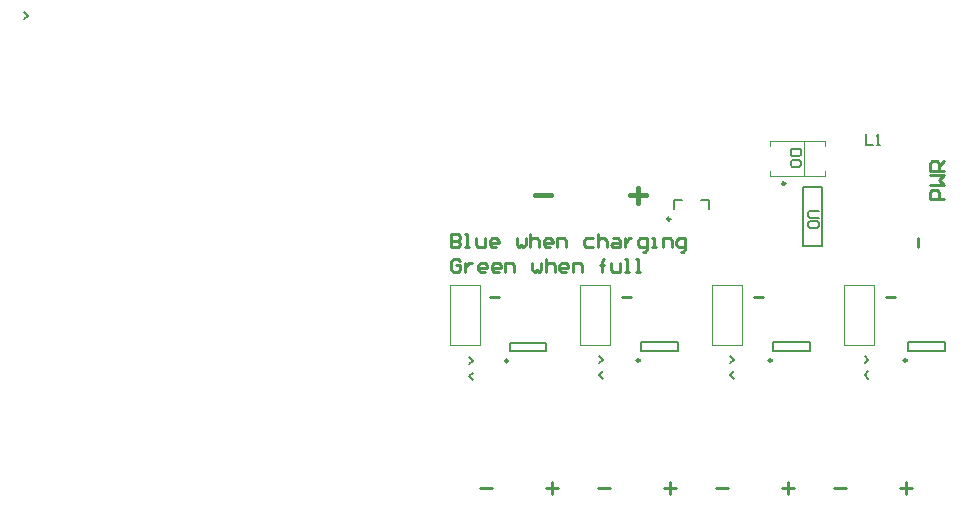
<source format=gto>
G04 Layer_Color=15132400*
%FSAX25Y25*%
%MOIN*%
G70*
G01*
G75*
%ADD26C,0.01000*%
%ADD39C,0.00984*%
%ADD40C,0.00787*%
%ADD41C,0.00394*%
%ADD42C,0.00300*%
%ADD43C,0.00800*%
%ADD44C,0.01575*%
%ADD45C,0.00591*%
D26*
X0218791Y0178000D02*
X0221791D01*
X0174850D02*
X0177850D01*
X0130850Y0178000D02*
X0133850D01*
X0273268Y0194665D02*
Y0197665D01*
X0262850Y0178000D02*
X0265850D01*
X0120905Y0189969D02*
X0120155Y0190719D01*
X0118655D01*
X0117905Y0189969D01*
Y0186970D01*
X0118655Y0186220D01*
X0120155D01*
X0120905Y0186970D01*
Y0188470D01*
X0119405D01*
X0122404Y0189219D02*
Y0186220D01*
Y0187720D01*
X0123154Y0188470D01*
X0123904Y0189219D01*
X0124653D01*
X0129152Y0186220D02*
X0127652D01*
X0126903Y0186970D01*
Y0188470D01*
X0127652Y0189219D01*
X0129152D01*
X0129902Y0188470D01*
Y0187720D01*
X0126903D01*
X0133650Y0186220D02*
X0132151D01*
X0131401Y0186970D01*
Y0188470D01*
X0132151Y0189219D01*
X0133650D01*
X0134400Y0188470D01*
Y0187720D01*
X0131401D01*
X0135900Y0186220D02*
Y0189219D01*
X0138149D01*
X0138899Y0188470D01*
Y0186220D01*
X0144897Y0189219D02*
Y0186970D01*
X0145647Y0186220D01*
X0146396Y0186970D01*
X0147146Y0186220D01*
X0147896Y0186970D01*
Y0189219D01*
X0149395Y0190719D02*
Y0186220D01*
Y0188470D01*
X0150145Y0189219D01*
X0151645D01*
X0152394Y0188470D01*
Y0186220D01*
X0156143D02*
X0154644D01*
X0153894Y0186970D01*
Y0188470D01*
X0154644Y0189219D01*
X0156143D01*
X0156893Y0188470D01*
Y0187720D01*
X0153894D01*
X0158392Y0186220D02*
Y0189219D01*
X0160642D01*
X0161391Y0188470D01*
Y0186220D01*
X0168139D02*
Y0189969D01*
Y0188470D01*
X0167390D01*
X0168889D01*
X0168139D01*
Y0189969D01*
X0168889Y0190719D01*
X0171138Y0189219D02*
Y0186970D01*
X0171888Y0186220D01*
X0174137D01*
Y0189219D01*
X0175637Y0186220D02*
X0177136D01*
X0176387D01*
Y0190719D01*
X0175637D01*
X0179386Y0186220D02*
X0180885D01*
X0180135D01*
Y0190719D01*
X0179386D01*
X0117905Y0199050D02*
Y0194551D01*
X0120155D01*
X0120905Y0195301D01*
Y0196051D01*
X0120155Y0196800D01*
X0117905D01*
X0120155D01*
X0120905Y0197550D01*
Y0198300D01*
X0120155Y0199050D01*
X0117905D01*
X0122404Y0194551D02*
X0123904D01*
X0123154D01*
Y0199050D01*
X0122404D01*
X0126153Y0197550D02*
Y0195301D01*
X0126903Y0194551D01*
X0129152D01*
Y0197550D01*
X0132901Y0194551D02*
X0131401D01*
X0130651Y0195301D01*
Y0196800D01*
X0131401Y0197550D01*
X0132901D01*
X0133650Y0196800D01*
Y0196051D01*
X0130651D01*
X0139648Y0197550D02*
Y0195301D01*
X0140398Y0194551D01*
X0141148Y0195301D01*
X0141898Y0194551D01*
X0142648Y0195301D01*
Y0197550D01*
X0144147Y0199050D02*
Y0194551D01*
Y0196800D01*
X0144897Y0197550D01*
X0146396D01*
X0147146Y0196800D01*
Y0194551D01*
X0150895D02*
X0149395D01*
X0148646Y0195301D01*
Y0196800D01*
X0149395Y0197550D01*
X0150895D01*
X0151645Y0196800D01*
Y0196051D01*
X0148646D01*
X0153144Y0194551D02*
Y0197550D01*
X0155393D01*
X0156143Y0196800D01*
Y0194551D01*
X0165140Y0197550D02*
X0162891D01*
X0162141Y0196800D01*
Y0195301D01*
X0162891Y0194551D01*
X0165140D01*
X0166640Y0199050D02*
Y0194551D01*
Y0196800D01*
X0167390Y0197550D01*
X0168889D01*
X0169639Y0196800D01*
Y0194551D01*
X0171888Y0197550D02*
X0173388D01*
X0174137Y0196800D01*
Y0194551D01*
X0171888D01*
X0171138Y0195301D01*
X0171888Y0196051D01*
X0174137D01*
X0175637Y0197550D02*
Y0194551D01*
Y0196051D01*
X0176387Y0196800D01*
X0177136Y0197550D01*
X0177886D01*
X0181635Y0193052D02*
X0182385D01*
X0183134Y0193801D01*
Y0197550D01*
X0180885D01*
X0180135Y0196800D01*
Y0195301D01*
X0180885Y0194551D01*
X0183134D01*
X0184634D02*
X0186134D01*
X0185384D01*
Y0197550D01*
X0184634D01*
X0188383Y0194551D02*
Y0197550D01*
X0190632D01*
X0191382Y0196800D01*
Y0194551D01*
X0194381Y0193052D02*
X0195131D01*
X0195880Y0193801D01*
Y0197550D01*
X0193631D01*
X0192881Y0196800D01*
Y0195301D01*
X0193631Y0194551D01*
X0195880D01*
X0282102Y0210630D02*
X0277379D01*
Y0212991D01*
X0278167Y0213778D01*
X0279741D01*
X0280528Y0212991D01*
Y0210630D01*
X0277379Y0215353D02*
X0282102D01*
X0280528Y0216927D01*
X0282102Y0218501D01*
X0277379D01*
X0282102Y0220076D02*
X0277379D01*
Y0222437D01*
X0278167Y0223224D01*
X0279741D01*
X0280528Y0222437D01*
Y0220076D01*
Y0221650D02*
X0282102Y0223224D01*
X0228110Y0114172D02*
X0232109D01*
X0230110Y0116172D02*
Y0112173D01*
X0206110Y0114172D02*
X0210109D01*
X0245480D02*
X0249479D01*
X0267480D02*
X0271479D01*
X0269480Y0116172D02*
Y0112173D01*
X0149370Y0114172D02*
X0153369D01*
X0151369Y0116172D02*
Y0112173D01*
X0127370Y0114172D02*
X0131369D01*
X0166740D02*
X0170739D01*
X0188740D02*
X0192739D01*
X0190740Y0116172D02*
Y0112173D01*
D39*
X0224657Y0156775D02*
G03*
X0224657Y0156775I-0000492J0000000D01*
G01*
X0180657D02*
G03*
X0180657Y0156775I-0000492J0000000D01*
G01*
X0136766Y0156650D02*
G03*
X0136766Y0156650I-0000492J0000000D01*
G01*
X0229114Y0215768D02*
G03*
X0229114Y0215768I-0000492J0000000D01*
G01*
X0190862Y0203937D02*
G03*
X0190862Y0203937I-0000492J0000000D01*
G01*
X0269657Y0156775D02*
G03*
X0269657Y0156775I-0000492J0000000D01*
G01*
D40*
X0225247Y0162878D02*
X0237452D01*
X0225247Y0160122D02*
X0237452D01*
Y0162878D01*
X0225247Y0160122D02*
Y0162878D01*
X0181247D02*
X0193452D01*
X0181247Y0160122D02*
X0193452D01*
Y0162878D01*
X0181247Y0160122D02*
Y0162878D01*
X0137357Y0162752D02*
X0149562D01*
X0137357Y0159996D02*
X0149562D01*
Y0162752D01*
X0137357Y0159996D02*
Y0162752D01*
X0235118Y0194882D02*
Y0214567D01*
X0241417Y0194882D02*
Y0214567D01*
X0235118D02*
X0241417D01*
X0235118Y0194882D02*
X0241417D01*
X0201000Y0210433D02*
X0203598D01*
Y0207224D02*
Y0210433D01*
X0192102D02*
X0194701D01*
X0192102Y0207224D02*
Y0210433D01*
X0270247Y0162878D02*
X0282452D01*
X0270247Y0160122D02*
X0282452D01*
Y0162878D01*
X0270247Y0160122D02*
Y0162878D01*
D41*
X0214850Y0162000D02*
Y0182000D01*
X0204850Y0162000D02*
X0214850D01*
X0204850D02*
Y0182000D01*
X0214850D01*
X0170850Y0162000D02*
Y0182000D01*
X0160850Y0162000D02*
X0170850D01*
X0160850D02*
Y0182000D01*
X0170850D01*
X0127350Y0162000D02*
Y0182000D01*
X0117350Y0162000D02*
X0127350D01*
X0117350D02*
Y0182000D01*
X0127350D01*
X0258850Y0162000D02*
Y0182000D01*
X0248850Y0162000D02*
X0258850D01*
X0248850D02*
Y0182000D01*
X0258850D01*
D42*
X0242323Y0228220D02*
Y0229913D01*
Y0218417D02*
Y0220110D01*
X0224213Y0218417D02*
Y0220110D01*
Y0228220D02*
Y0229913D01*
Y0218417D02*
X0242323D01*
X0224213Y0229913D02*
X0242323D01*
X0235268Y0218417D02*
Y0229913D01*
D43*
X0234420Y0227165D02*
X0230921D01*
Y0225416D01*
X0231504Y0224833D01*
X0233837D01*
X0234420Y0225416D01*
Y0227165D01*
X0233837Y0223666D02*
X0234420Y0223083D01*
Y0221917D01*
X0233837Y0221334D01*
X0231504D01*
X0230921Y0221917D01*
Y0223083D01*
X0231504Y0223666D01*
X0233837D01*
X0256118Y0232239D02*
Y0228740D01*
X0258451D01*
X0259617D02*
X0260783D01*
X0260200D01*
Y0232239D01*
X0259617Y0231656D01*
X0240267Y0206724D02*
X0237351D01*
X0236768Y0206141D01*
Y0204975D01*
X0237351Y0204392D01*
X0240267D01*
X0239683Y0203225D02*
X0240267Y0202642D01*
Y0201476D01*
X0239683Y0200893D01*
X0237351D01*
X0236768Y0201476D01*
Y0202642D01*
X0237351Y0203225D01*
X0239683D01*
D44*
X0177378Y0211810D02*
X0182626D01*
X0180002Y0214434D02*
Y0209186D01*
X0145882Y0211810D02*
X0151129D01*
D45*
X-0024591Y0270472D02*
X-0023410Y0271653D01*
X-0024591Y0272834D01*
X0255724Y0155905D02*
X0256905Y0157086D01*
X0255724Y0158267D01*
X0256906Y0153150D02*
X0255725Y0151969D01*
X0256906Y0150788D01*
X0212024Y0153150D02*
X0210843Y0151969D01*
X0212024Y0150788D01*
X0210842Y0155905D02*
X0212023Y0157086D01*
X0210842Y0158267D01*
X0168323Y0153150D02*
X0167142Y0151969D01*
X0168323Y0150788D01*
X0167142Y0155905D02*
X0168322Y0157086D01*
X0167142Y0158267D01*
X0125016Y0152756D02*
X0123835Y0151575D01*
X0125016Y0150394D01*
X0123835Y0155512D02*
X0125015Y0156693D01*
X0123835Y0157873D01*
M02*

</source>
